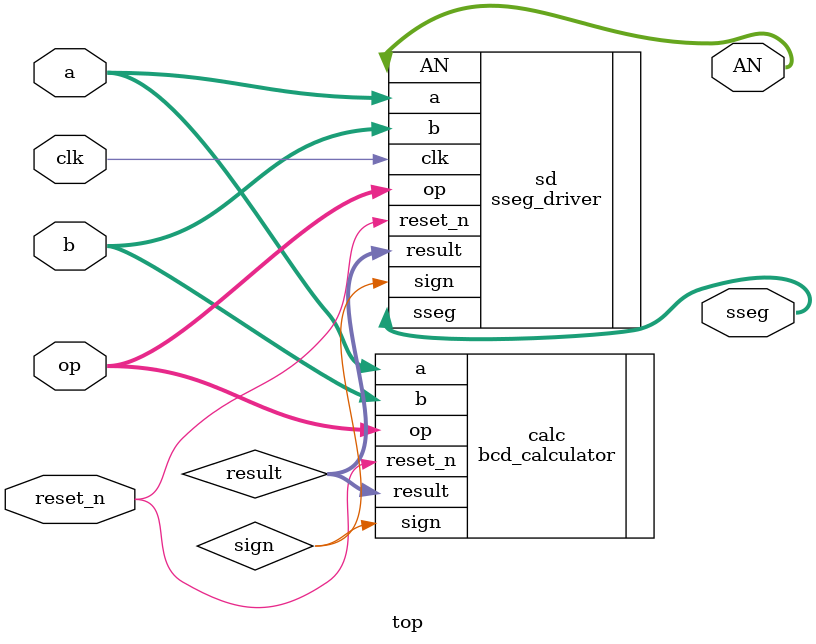
<source format=v>
`timescale 1ns / 1ps


module top(
    input clk,
    input reset_n,
    input [4:0] a, 
    input [4:0] b, 
    input [1:0] op, 
    output [6:0] sseg,
    output [7:0] AN 
    );

    wire [7:0] result;
    wire sign;
    
    bcd_calculator calc(
        .reset_n(reset_n),
        .a(a),
        .b(b),
        .op(op),
        .result(result),
        .sign(sign)
    );
    
    sseg_driver sd(
        .clk(clk),
        .reset_n(reset_n),
        .a(a),
        .b(b),
        .op(op),
        .result(result),
        .sign(sign),
        .sseg(sseg),
        .AN(AN)
    );

endmodule

</source>
